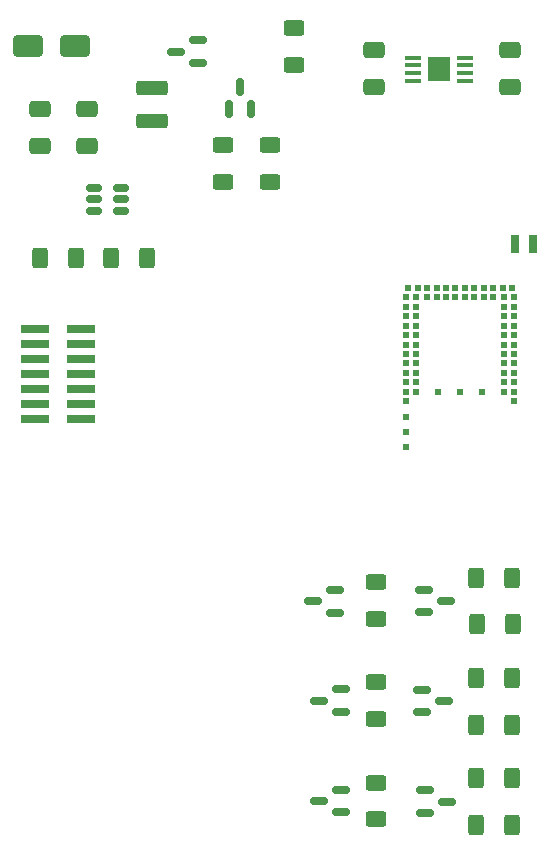
<source format=gbr>
%TF.GenerationSoftware,KiCad,Pcbnew,8.0.7*%
%TF.CreationDate,2025-01-18T18:24:10+01:00*%
%TF.ProjectId,tuff_tuff_pcb,74756666-5f74-4756-9666-5f7063622e6b,rev?*%
%TF.SameCoordinates,Original*%
%TF.FileFunction,Paste,Top*%
%TF.FilePolarity,Positive*%
%FSLAX46Y46*%
G04 Gerber Fmt 4.6, Leading zero omitted, Abs format (unit mm)*
G04 Created by KiCad (PCBNEW 8.0.7) date 2025-01-18 18:24:10*
%MOMM*%
%LPD*%
G01*
G04 APERTURE LIST*
G04 Aperture macros list*
%AMRoundRect*
0 Rectangle with rounded corners*
0 $1 Rounding radius*
0 $2 $3 $4 $5 $6 $7 $8 $9 X,Y pos of 4 corners*
0 Add a 4 corners polygon primitive as box body*
4,1,4,$2,$3,$4,$5,$6,$7,$8,$9,$2,$3,0*
0 Add four circle primitives for the rounded corners*
1,1,$1+$1,$2,$3*
1,1,$1+$1,$4,$5*
1,1,$1+$1,$6,$7*
1,1,$1+$1,$8,$9*
0 Add four rect primitives between the rounded corners*
20,1,$1+$1,$2,$3,$4,$5,0*
20,1,$1+$1,$4,$5,$6,$7,0*
20,1,$1+$1,$6,$7,$8,$9,0*
20,1,$1+$1,$8,$9,$2,$3,0*%
G04 Aperture macros list end*
%ADD10RoundRect,0.250000X-1.000000X-0.650000X1.000000X-0.650000X1.000000X0.650000X-1.000000X0.650000X0*%
%ADD11RoundRect,0.250000X-0.400000X-0.625000X0.400000X-0.625000X0.400000X0.625000X-0.400000X0.625000X0*%
%ADD12RoundRect,0.250000X-0.625000X0.400000X-0.625000X-0.400000X0.625000X-0.400000X0.625000X0.400000X0*%
%ADD13RoundRect,0.250000X1.075000X-0.375000X1.075000X0.375000X-1.075000X0.375000X-1.075000X-0.375000X0*%
%ADD14RoundRect,0.150000X-0.587500X-0.150000X0.587500X-0.150000X0.587500X0.150000X-0.587500X0.150000X0*%
%ADD15RoundRect,0.150000X0.587500X0.150000X-0.587500X0.150000X-0.587500X-0.150000X0.587500X-0.150000X0*%
%ADD16RoundRect,0.150000X-0.512500X-0.150000X0.512500X-0.150000X0.512500X0.150000X-0.512500X0.150000X0*%
%ADD17RoundRect,0.250000X0.650000X-0.412500X0.650000X0.412500X-0.650000X0.412500X-0.650000X-0.412500X0*%
%ADD18R,0.500000X0.500000*%
%ADD19RoundRect,0.150000X0.150000X-0.587500X0.150000X0.587500X-0.150000X0.587500X-0.150000X-0.587500X0*%
%ADD20RoundRect,0.250000X-0.650000X0.412500X-0.650000X-0.412500X0.650000X-0.412500X0.650000X0.412500X0*%
%ADD21R,2.400000X0.740000*%
%ADD22R,0.800000X1.500000*%
%ADD23R,1.400000X0.450000*%
%ADD24R,1.846000X2.150000*%
G04 APERTURE END LIST*
D10*
%TO.C,D1*%
X-45000000Y69500000D03*
X-41000000Y69500000D03*
%TD*%
D11*
%TO.C,R10*%
X-7080000Y24470000D03*
X-3980000Y24470000D03*
%TD*%
D12*
%TO.C,R2*%
X-22500000Y71000000D03*
X-22500000Y67900000D03*
%TD*%
D13*
%TO.C,L1*%
X-34500000Y63120000D03*
X-34500000Y65920000D03*
%TD*%
D14*
%TO.C,Q6*%
X-11630000Y14950000D03*
X-11630000Y13050000D03*
X-9755000Y14000000D03*
%TD*%
D15*
%TO.C,Q5*%
X-18500000Y13100000D03*
X-18500000Y15000000D03*
X-20375000Y14050000D03*
%TD*%
D14*
%TO.C,Q4*%
X-11375000Y6450000D03*
X-11375000Y4550000D03*
X-9500000Y5500000D03*
%TD*%
D12*
%TO.C,R3*%
X-24500000Y61100000D03*
X-24500000Y58000000D03*
%TD*%
%TO.C,R5*%
X-15500000Y7100000D03*
X-15500000Y4000000D03*
%TD*%
D16*
%TO.C,U3*%
X-39375000Y57450000D03*
X-39375000Y56500000D03*
X-39375000Y55550000D03*
X-37100000Y55550000D03*
X-37100000Y56500000D03*
X-37100000Y57450000D03*
%TD*%
D15*
%TO.C,Q1*%
X-30625000Y68050000D03*
X-30625000Y69950000D03*
X-32500000Y69000000D03*
%TD*%
%TO.C,Q7*%
X-19000000Y21500000D03*
X-19000000Y23400000D03*
X-20875000Y22450000D03*
%TD*%
D17*
%TO.C,C1*%
X-15700000Y66025000D03*
X-15700000Y69150000D03*
%TD*%
%TO.C,C2*%
X-4200000Y66025000D03*
X-4200000Y69150000D03*
%TD*%
D11*
%TO.C,R12*%
X-7000000Y20500000D03*
X-3900000Y20500000D03*
%TD*%
%TO.C,R14*%
X-37980000Y51500000D03*
X-34880000Y51500000D03*
%TD*%
D18*
%TO.C,U1*%
X-12950000Y39400000D03*
X-12950000Y40200000D03*
X-12150000Y40200000D03*
X-12950000Y41000000D03*
X-12150000Y41000000D03*
X-12950000Y41800000D03*
X-12150000Y41800000D03*
X-12950000Y42600000D03*
X-12150000Y42600000D03*
X-12950000Y43400000D03*
X-12150000Y43400000D03*
X-12950000Y44200000D03*
X-12150000Y44200000D03*
X-12950000Y45000000D03*
X-12150000Y45000000D03*
X-12950000Y45800000D03*
X-12150000Y45800000D03*
X-12950000Y46600000D03*
X-12150000Y46600000D03*
X-12950000Y47400000D03*
X-12150000Y47400000D03*
X-12950000Y48200000D03*
X-12150000Y48200000D03*
X-12800000Y49000000D03*
X-12000000Y49000000D03*
X-11200000Y49000000D03*
X-11200000Y48200000D03*
X-10400000Y49000000D03*
X-10400000Y48200000D03*
X-9600000Y49000000D03*
X-9600000Y48200000D03*
X-8800000Y49000000D03*
X-8800000Y48200000D03*
X-8000000Y49000000D03*
X-8000000Y48200000D03*
X-7200000Y49000000D03*
X-7200000Y48200000D03*
X-6400000Y49000000D03*
X-6400000Y48200000D03*
X-5600000Y49000000D03*
X-5600000Y48200000D03*
X-4800000Y49000000D03*
X-4000000Y49000000D03*
X-3850000Y48200000D03*
X-4650000Y48200000D03*
X-3850000Y47400000D03*
X-4650000Y47400000D03*
X-3850000Y46600000D03*
X-4650000Y46600000D03*
X-3850000Y45800000D03*
X-4650000Y45800000D03*
X-3850000Y45000000D03*
X-4650000Y45000000D03*
X-3850000Y44200000D03*
X-4650000Y44200000D03*
X-3850000Y43400000D03*
X-4650000Y43400000D03*
X-3850000Y42600000D03*
X-4650000Y42600000D03*
X-3850000Y41800000D03*
X-4650000Y41800000D03*
X-3850000Y41000000D03*
X-4650000Y41000000D03*
X-3850000Y40200000D03*
X-4650000Y40200000D03*
X-3850000Y39400000D03*
X-12950000Y38100000D03*
X-12950000Y36800000D03*
X-12950000Y35500000D03*
X-10275000Y40200000D03*
X-8400000Y40200000D03*
X-6525000Y40200000D03*
%TD*%
D19*
%TO.C,Q2*%
X-28012500Y64112500D03*
X-26112500Y64112500D03*
X-27062500Y65987500D03*
%TD*%
D20*
%TO.C,C4*%
X-44000000Y64125000D03*
X-44000000Y61000000D03*
%TD*%
D11*
%TO.C,R13*%
X-44000000Y51500000D03*
X-40900000Y51500000D03*
%TD*%
%TO.C,R6*%
X-7100000Y3500000D03*
X-4000000Y3500000D03*
%TD*%
%TO.C,R7*%
X-7100000Y16000000D03*
X-4000000Y16000000D03*
%TD*%
D21*
%TO.C,J2*%
X-40500000Y37920000D03*
X-44400000Y37920000D03*
X-40500000Y39190000D03*
X-44400000Y39190000D03*
X-40500000Y40460000D03*
X-44400000Y40460000D03*
X-40500000Y41730000D03*
X-44400000Y41730000D03*
X-40500000Y43000000D03*
X-44400000Y43000000D03*
X-40500000Y44270000D03*
X-44400000Y44270000D03*
X-40500000Y45540000D03*
X-44400000Y45540000D03*
%TD*%
D11*
%TO.C,R9*%
X-7100000Y12000000D03*
X-4000000Y12000000D03*
%TD*%
D12*
%TO.C,R8*%
X-15500000Y15600000D03*
X-15500000Y12500000D03*
%TD*%
D11*
%TO.C,R4*%
X-7100000Y7500000D03*
X-4000000Y7500000D03*
%TD*%
D15*
%TO.C,Q3*%
X-18500000Y4600000D03*
X-18500000Y6500000D03*
X-20375000Y5550000D03*
%TD*%
D22*
%TO.C,Y1*%
X-3750000Y52750000D03*
X-2250000Y52750000D03*
%TD*%
D14*
%TO.C,Q8*%
X-11500000Y23450000D03*
X-11500000Y21550000D03*
X-9625000Y22500000D03*
%TD*%
D12*
%TO.C,R1*%
X-28500000Y61100000D03*
X-28500000Y58000000D03*
%TD*%
D23*
%TO.C,U2*%
X-8000000Y66550000D03*
X-8000000Y67200000D03*
X-8000000Y67850000D03*
X-8000000Y68500000D03*
X-12400000Y68500000D03*
X-12400000Y67850000D03*
X-12400000Y67200000D03*
X-12400000Y66550000D03*
D24*
X-10200000Y67525000D03*
%TD*%
D17*
%TO.C,C3*%
X-40000000Y61000000D03*
X-40000000Y64125000D03*
%TD*%
D12*
%TO.C,R11*%
X-15500000Y24100000D03*
X-15500000Y21000000D03*
%TD*%
M02*

</source>
